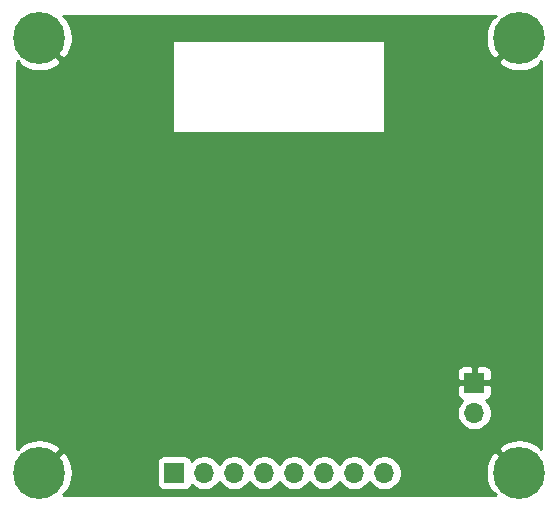
<source format=gbl>
%TF.GenerationSoftware,KiCad,Pcbnew,5.1.10-88a1d61d58~88~ubuntu20.04.1*%
%TF.CreationDate,2021-07-15T18:12:03+08:00*%
%TF.ProjectId,ble_heart,626c655f-6865-4617-9274-2e6b69636164,rev?*%
%TF.SameCoordinates,Original*%
%TF.FileFunction,Copper,L2,Bot*%
%TF.FilePolarity,Positive*%
%FSLAX46Y46*%
G04 Gerber Fmt 4.6, Leading zero omitted, Abs format (unit mm)*
G04 Created by KiCad (PCBNEW 5.1.10-88a1d61d58~88~ubuntu20.04.1) date 2021-07-15 18:12:03*
%MOMM*%
%LPD*%
G01*
G04 APERTURE LIST*
%TA.AperFunction,ComponentPad*%
%ADD10C,0.700000*%
%TD*%
%TA.AperFunction,ComponentPad*%
%ADD11C,4.400000*%
%TD*%
%TA.AperFunction,ComponentPad*%
%ADD12O,1.700000X1.700000*%
%TD*%
%TA.AperFunction,ComponentPad*%
%ADD13R,1.700000X1.700000*%
%TD*%
%TA.AperFunction,ViaPad*%
%ADD14C,0.800000*%
%TD*%
%TA.AperFunction,Conductor*%
%ADD15C,0.254000*%
%TD*%
%TA.AperFunction,Conductor*%
%ADD16C,0.100000*%
%TD*%
G04 APERTURE END LIST*
D10*
%TO.P,H4,1*%
%TO.N,GND*%
X135786726Y-83923274D03*
X134620000Y-83440000D03*
X133453274Y-83923274D03*
X132970000Y-85090000D03*
X133453274Y-86256726D03*
X134620000Y-86740000D03*
X135786726Y-86256726D03*
X136270000Y-85090000D03*
D11*
X134620000Y-85090000D03*
%TD*%
D10*
%TO.P,H3,1*%
%TO.N,GND*%
X176426726Y-83923274D03*
X175260000Y-83440000D03*
X174093274Y-83923274D03*
X173610000Y-85090000D03*
X174093274Y-86256726D03*
X175260000Y-86740000D03*
X176426726Y-86256726D03*
X176910000Y-85090000D03*
D11*
X175260000Y-85090000D03*
%TD*%
D10*
%TO.P,H2,1*%
%TO.N,GND*%
X176426726Y-120753274D03*
X175260000Y-120270000D03*
X174093274Y-120753274D03*
X173610000Y-121920000D03*
X174093274Y-123086726D03*
X175260000Y-123570000D03*
X176426726Y-123086726D03*
X176910000Y-121920000D03*
D11*
X175260000Y-121920000D03*
%TD*%
D10*
%TO.P,H1,1*%
%TO.N,GND*%
X135786726Y-120753274D03*
X134620000Y-120270000D03*
X133453274Y-120753274D03*
X132970000Y-121920000D03*
X133453274Y-123086726D03*
X134620000Y-123570000D03*
X135786726Y-123086726D03*
X136270000Y-121920000D03*
D11*
X134620000Y-121920000D03*
%TD*%
D12*
%TO.P,J3,2*%
%TO.N,+3V3*%
X171450000Y-116840000D03*
D13*
%TO.P,J3,1*%
%TO.N,GND*%
X171450000Y-114300000D03*
%TD*%
%TO.P,J2,1*%
%TO.N,Net-(J2-Pad1)*%
X146050000Y-121920000D03*
D12*
%TO.P,J2,2*%
%TO.N,Net-(J2-Pad2)*%
X148590000Y-121920000D03*
%TO.P,J2,3*%
%TO.N,Net-(J2-Pad3)*%
X151130000Y-121920000D03*
%TO.P,J2,4*%
%TO.N,Net-(J2-Pad4)*%
X153670000Y-121920000D03*
%TO.P,J2,5*%
%TO.N,Net-(J2-Pad5)*%
X156210000Y-121920000D03*
%TO.P,J2,6*%
%TO.N,Net-(J2-Pad6)*%
X158750000Y-121920000D03*
%TO.P,J2,7*%
%TO.N,Net-(J2-Pad7)*%
X161290000Y-121920000D03*
%TO.P,J2,8*%
%TO.N,Net-(J2-Pad8)*%
X163830000Y-121920000D03*
%TD*%
D14*
%TO.N,GND*%
X175200000Y-118800000D03*
X169600000Y-114200000D03*
X175200000Y-108000000D03*
X175200000Y-106600000D03*
X175200000Y-104200000D03*
X171800000Y-99000000D03*
X173000000Y-90400000D03*
X172200000Y-85200000D03*
X165500000Y-94000000D03*
X165500000Y-95250000D03*
X144500000Y-95100000D03*
X144500000Y-93800000D03*
X144600000Y-97700000D03*
X136700000Y-96400000D03*
X136700000Y-89200000D03*
X137500000Y-86300000D03*
X138500000Y-106100000D03*
X138400000Y-114900000D03*
X144500000Y-114200000D03*
X172500000Y-87500000D03*
%TD*%
D15*
%TO.N,GND*%
X173270223Y-83279831D02*
X172882982Y-83519976D01*
X172622359Y-84013877D01*
X172463099Y-84549133D01*
X172411322Y-85105174D01*
X172469019Y-85660632D01*
X172633972Y-86194161D01*
X172882982Y-86660024D01*
X173270225Y-86900170D01*
X175080395Y-85090000D01*
X175066253Y-85075858D01*
X175245858Y-84896253D01*
X175260000Y-84910395D01*
X175274143Y-84896253D01*
X175453748Y-85075858D01*
X175439605Y-85090000D01*
X175453748Y-85104143D01*
X175274143Y-85283748D01*
X175260000Y-85269605D01*
X173449830Y-87079775D01*
X173689976Y-87467018D01*
X174183877Y-87727641D01*
X174719133Y-87886901D01*
X175275174Y-87938678D01*
X175830632Y-87880981D01*
X176364161Y-87716028D01*
X176830024Y-87467018D01*
X177070169Y-87079777D01*
X177140000Y-87149608D01*
X177140001Y-119860391D01*
X177070169Y-119930223D01*
X176830024Y-119542982D01*
X176336123Y-119282359D01*
X175800867Y-119123099D01*
X175244826Y-119071322D01*
X174689368Y-119129019D01*
X174155839Y-119293972D01*
X173689976Y-119542982D01*
X173449830Y-119930225D01*
X175260000Y-121740395D01*
X175274143Y-121726253D01*
X175453748Y-121905858D01*
X175439605Y-121920000D01*
X175453748Y-121934143D01*
X175274143Y-122113748D01*
X175260000Y-122099605D01*
X175245858Y-122113748D01*
X175066253Y-121934143D01*
X175080395Y-121920000D01*
X173270225Y-120109830D01*
X172882982Y-120349976D01*
X172622359Y-120843877D01*
X172463099Y-121379133D01*
X172411322Y-121935174D01*
X172469019Y-122490632D01*
X172633972Y-123024161D01*
X172882982Y-123490024D01*
X173270223Y-123730169D01*
X173200392Y-123800000D01*
X136679608Y-123800000D01*
X136609777Y-123730169D01*
X136997018Y-123490024D01*
X137257641Y-122996123D01*
X137416901Y-122460867D01*
X137468678Y-121904826D01*
X137410981Y-121349368D01*
X137324608Y-121070000D01*
X144561928Y-121070000D01*
X144561928Y-122770000D01*
X144574188Y-122894482D01*
X144610498Y-123014180D01*
X144669463Y-123124494D01*
X144748815Y-123221185D01*
X144845506Y-123300537D01*
X144955820Y-123359502D01*
X145075518Y-123395812D01*
X145200000Y-123408072D01*
X146900000Y-123408072D01*
X147024482Y-123395812D01*
X147144180Y-123359502D01*
X147254494Y-123300537D01*
X147351185Y-123221185D01*
X147430537Y-123124494D01*
X147489502Y-123014180D01*
X147511513Y-122941620D01*
X147643368Y-123073475D01*
X147886589Y-123235990D01*
X148156842Y-123347932D01*
X148443740Y-123405000D01*
X148736260Y-123405000D01*
X149023158Y-123347932D01*
X149293411Y-123235990D01*
X149536632Y-123073475D01*
X149743475Y-122866632D01*
X149860000Y-122692240D01*
X149976525Y-122866632D01*
X150183368Y-123073475D01*
X150426589Y-123235990D01*
X150696842Y-123347932D01*
X150983740Y-123405000D01*
X151276260Y-123405000D01*
X151563158Y-123347932D01*
X151833411Y-123235990D01*
X152076632Y-123073475D01*
X152283475Y-122866632D01*
X152400000Y-122692240D01*
X152516525Y-122866632D01*
X152723368Y-123073475D01*
X152966589Y-123235990D01*
X153236842Y-123347932D01*
X153523740Y-123405000D01*
X153816260Y-123405000D01*
X154103158Y-123347932D01*
X154373411Y-123235990D01*
X154616632Y-123073475D01*
X154823475Y-122866632D01*
X154940000Y-122692240D01*
X155056525Y-122866632D01*
X155263368Y-123073475D01*
X155506589Y-123235990D01*
X155776842Y-123347932D01*
X156063740Y-123405000D01*
X156356260Y-123405000D01*
X156643158Y-123347932D01*
X156913411Y-123235990D01*
X157156632Y-123073475D01*
X157363475Y-122866632D01*
X157480000Y-122692240D01*
X157596525Y-122866632D01*
X157803368Y-123073475D01*
X158046589Y-123235990D01*
X158316842Y-123347932D01*
X158603740Y-123405000D01*
X158896260Y-123405000D01*
X159183158Y-123347932D01*
X159453411Y-123235990D01*
X159696632Y-123073475D01*
X159903475Y-122866632D01*
X160020000Y-122692240D01*
X160136525Y-122866632D01*
X160343368Y-123073475D01*
X160586589Y-123235990D01*
X160856842Y-123347932D01*
X161143740Y-123405000D01*
X161436260Y-123405000D01*
X161723158Y-123347932D01*
X161993411Y-123235990D01*
X162236632Y-123073475D01*
X162443475Y-122866632D01*
X162560000Y-122692240D01*
X162676525Y-122866632D01*
X162883368Y-123073475D01*
X163126589Y-123235990D01*
X163396842Y-123347932D01*
X163683740Y-123405000D01*
X163976260Y-123405000D01*
X164263158Y-123347932D01*
X164533411Y-123235990D01*
X164776632Y-123073475D01*
X164983475Y-122866632D01*
X165145990Y-122623411D01*
X165257932Y-122353158D01*
X165315000Y-122066260D01*
X165315000Y-121773740D01*
X165257932Y-121486842D01*
X165145990Y-121216589D01*
X164983475Y-120973368D01*
X164776632Y-120766525D01*
X164533411Y-120604010D01*
X164263158Y-120492068D01*
X163976260Y-120435000D01*
X163683740Y-120435000D01*
X163396842Y-120492068D01*
X163126589Y-120604010D01*
X162883368Y-120766525D01*
X162676525Y-120973368D01*
X162560000Y-121147760D01*
X162443475Y-120973368D01*
X162236632Y-120766525D01*
X161993411Y-120604010D01*
X161723158Y-120492068D01*
X161436260Y-120435000D01*
X161143740Y-120435000D01*
X160856842Y-120492068D01*
X160586589Y-120604010D01*
X160343368Y-120766525D01*
X160136525Y-120973368D01*
X160020000Y-121147760D01*
X159903475Y-120973368D01*
X159696632Y-120766525D01*
X159453411Y-120604010D01*
X159183158Y-120492068D01*
X158896260Y-120435000D01*
X158603740Y-120435000D01*
X158316842Y-120492068D01*
X158046589Y-120604010D01*
X157803368Y-120766525D01*
X157596525Y-120973368D01*
X157480000Y-121147760D01*
X157363475Y-120973368D01*
X157156632Y-120766525D01*
X156913411Y-120604010D01*
X156643158Y-120492068D01*
X156356260Y-120435000D01*
X156063740Y-120435000D01*
X155776842Y-120492068D01*
X155506589Y-120604010D01*
X155263368Y-120766525D01*
X155056525Y-120973368D01*
X154940000Y-121147760D01*
X154823475Y-120973368D01*
X154616632Y-120766525D01*
X154373411Y-120604010D01*
X154103158Y-120492068D01*
X153816260Y-120435000D01*
X153523740Y-120435000D01*
X153236842Y-120492068D01*
X152966589Y-120604010D01*
X152723368Y-120766525D01*
X152516525Y-120973368D01*
X152400000Y-121147760D01*
X152283475Y-120973368D01*
X152076632Y-120766525D01*
X151833411Y-120604010D01*
X151563158Y-120492068D01*
X151276260Y-120435000D01*
X150983740Y-120435000D01*
X150696842Y-120492068D01*
X150426589Y-120604010D01*
X150183368Y-120766525D01*
X149976525Y-120973368D01*
X149860000Y-121147760D01*
X149743475Y-120973368D01*
X149536632Y-120766525D01*
X149293411Y-120604010D01*
X149023158Y-120492068D01*
X148736260Y-120435000D01*
X148443740Y-120435000D01*
X148156842Y-120492068D01*
X147886589Y-120604010D01*
X147643368Y-120766525D01*
X147511513Y-120898380D01*
X147489502Y-120825820D01*
X147430537Y-120715506D01*
X147351185Y-120618815D01*
X147254494Y-120539463D01*
X147144180Y-120480498D01*
X147024482Y-120444188D01*
X146900000Y-120431928D01*
X145200000Y-120431928D01*
X145075518Y-120444188D01*
X144955820Y-120480498D01*
X144845506Y-120539463D01*
X144748815Y-120618815D01*
X144669463Y-120715506D01*
X144610498Y-120825820D01*
X144574188Y-120945518D01*
X144561928Y-121070000D01*
X137324608Y-121070000D01*
X137246028Y-120815839D01*
X136997018Y-120349976D01*
X136609775Y-120109830D01*
X134799605Y-121920000D01*
X134813748Y-121934143D01*
X134634143Y-122113748D01*
X134620000Y-122099605D01*
X134605858Y-122113748D01*
X134426253Y-121934143D01*
X134440395Y-121920000D01*
X134426253Y-121905858D01*
X134605858Y-121726253D01*
X134620000Y-121740395D01*
X136430170Y-119930225D01*
X136190024Y-119542982D01*
X135696123Y-119282359D01*
X135160867Y-119123099D01*
X134604826Y-119071322D01*
X134049368Y-119129019D01*
X133515839Y-119293972D01*
X133049976Y-119542982D01*
X132809831Y-119930223D01*
X132740000Y-119860392D01*
X132740000Y-115150000D01*
X169961928Y-115150000D01*
X169974188Y-115274482D01*
X170010498Y-115394180D01*
X170069463Y-115504494D01*
X170148815Y-115601185D01*
X170245506Y-115680537D01*
X170355820Y-115739502D01*
X170428380Y-115761513D01*
X170296525Y-115893368D01*
X170134010Y-116136589D01*
X170022068Y-116406842D01*
X169965000Y-116693740D01*
X169965000Y-116986260D01*
X170022068Y-117273158D01*
X170134010Y-117543411D01*
X170296525Y-117786632D01*
X170503368Y-117993475D01*
X170746589Y-118155990D01*
X171016842Y-118267932D01*
X171303740Y-118325000D01*
X171596260Y-118325000D01*
X171883158Y-118267932D01*
X172153411Y-118155990D01*
X172396632Y-117993475D01*
X172603475Y-117786632D01*
X172765990Y-117543411D01*
X172877932Y-117273158D01*
X172935000Y-116986260D01*
X172935000Y-116693740D01*
X172877932Y-116406842D01*
X172765990Y-116136589D01*
X172603475Y-115893368D01*
X172471620Y-115761513D01*
X172544180Y-115739502D01*
X172654494Y-115680537D01*
X172751185Y-115601185D01*
X172830537Y-115504494D01*
X172889502Y-115394180D01*
X172925812Y-115274482D01*
X172938072Y-115150000D01*
X172935000Y-114585750D01*
X172776250Y-114427000D01*
X171577000Y-114427000D01*
X171577000Y-114447000D01*
X171323000Y-114447000D01*
X171323000Y-114427000D01*
X170123750Y-114427000D01*
X169965000Y-114585750D01*
X169961928Y-115150000D01*
X132740000Y-115150000D01*
X132740000Y-113450000D01*
X169961928Y-113450000D01*
X169965000Y-114014250D01*
X170123750Y-114173000D01*
X171323000Y-114173000D01*
X171323000Y-112973750D01*
X171577000Y-112973750D01*
X171577000Y-114173000D01*
X172776250Y-114173000D01*
X172935000Y-114014250D01*
X172938072Y-113450000D01*
X172925812Y-113325518D01*
X172889502Y-113205820D01*
X172830537Y-113095506D01*
X172751185Y-112998815D01*
X172654494Y-112919463D01*
X172544180Y-112860498D01*
X172424482Y-112824188D01*
X172300000Y-112811928D01*
X171735750Y-112815000D01*
X171577000Y-112973750D01*
X171323000Y-112973750D01*
X171164250Y-112815000D01*
X170600000Y-112811928D01*
X170475518Y-112824188D01*
X170355820Y-112860498D01*
X170245506Y-112919463D01*
X170148815Y-112998815D01*
X170069463Y-113095506D01*
X170010498Y-113205820D01*
X169974188Y-113325518D01*
X169961928Y-113450000D01*
X132740000Y-113450000D01*
X132740000Y-87149608D01*
X132809831Y-87079777D01*
X133049976Y-87467018D01*
X133543877Y-87727641D01*
X134079133Y-87886901D01*
X134635174Y-87938678D01*
X135190632Y-87880981D01*
X135724161Y-87716028D01*
X136190024Y-87467018D01*
X136430170Y-87079775D01*
X134620000Y-85269605D01*
X134605858Y-85283748D01*
X134426253Y-85104143D01*
X134440395Y-85090000D01*
X134426253Y-85075858D01*
X134605858Y-84896253D01*
X134620000Y-84910395D01*
X134634143Y-84896253D01*
X134813748Y-85075858D01*
X134799605Y-85090000D01*
X136609775Y-86900170D01*
X136997018Y-86660024D01*
X137257641Y-86166123D01*
X137416901Y-85630867D01*
X137438398Y-85400000D01*
X145873000Y-85400000D01*
X145873000Y-93000000D01*
X145875440Y-93024776D01*
X145882667Y-93048601D01*
X145894403Y-93070557D01*
X145910197Y-93089803D01*
X145929443Y-93105597D01*
X145951399Y-93117333D01*
X145975224Y-93124560D01*
X146000000Y-93127000D01*
X163800000Y-93127000D01*
X163824776Y-93124560D01*
X163848601Y-93117333D01*
X163870557Y-93105597D01*
X163889803Y-93089803D01*
X163905597Y-93070557D01*
X163917333Y-93048601D01*
X163924560Y-93024776D01*
X163927000Y-93000000D01*
X163927000Y-85400000D01*
X163924560Y-85375224D01*
X163917333Y-85351399D01*
X163905597Y-85329443D01*
X163889803Y-85310197D01*
X163870557Y-85294403D01*
X163848601Y-85282667D01*
X163824776Y-85275440D01*
X163800000Y-85273000D01*
X146000000Y-85273000D01*
X145975224Y-85275440D01*
X145951399Y-85282667D01*
X145929443Y-85294403D01*
X145910197Y-85310197D01*
X145894403Y-85329443D01*
X145882667Y-85351399D01*
X145875440Y-85375224D01*
X145873000Y-85400000D01*
X137438398Y-85400000D01*
X137468678Y-85074826D01*
X137410981Y-84519368D01*
X137246028Y-83985839D01*
X136997018Y-83519976D01*
X136609777Y-83279831D01*
X136679608Y-83210000D01*
X173200392Y-83210000D01*
X173270223Y-83279831D01*
%TA.AperFunction,Conductor*%
D16*
G36*
X173270223Y-83279831D02*
G01*
X172882982Y-83519976D01*
X172622359Y-84013877D01*
X172463099Y-84549133D01*
X172411322Y-85105174D01*
X172469019Y-85660632D01*
X172633972Y-86194161D01*
X172882982Y-86660024D01*
X173270225Y-86900170D01*
X175080395Y-85090000D01*
X175066253Y-85075858D01*
X175245858Y-84896253D01*
X175260000Y-84910395D01*
X175274143Y-84896253D01*
X175453748Y-85075858D01*
X175439605Y-85090000D01*
X175453748Y-85104143D01*
X175274143Y-85283748D01*
X175260000Y-85269605D01*
X173449830Y-87079775D01*
X173689976Y-87467018D01*
X174183877Y-87727641D01*
X174719133Y-87886901D01*
X175275174Y-87938678D01*
X175830632Y-87880981D01*
X176364161Y-87716028D01*
X176830024Y-87467018D01*
X177070169Y-87079777D01*
X177140000Y-87149608D01*
X177140001Y-119860391D01*
X177070169Y-119930223D01*
X176830024Y-119542982D01*
X176336123Y-119282359D01*
X175800867Y-119123099D01*
X175244826Y-119071322D01*
X174689368Y-119129019D01*
X174155839Y-119293972D01*
X173689976Y-119542982D01*
X173449830Y-119930225D01*
X175260000Y-121740395D01*
X175274143Y-121726253D01*
X175453748Y-121905858D01*
X175439605Y-121920000D01*
X175453748Y-121934143D01*
X175274143Y-122113748D01*
X175260000Y-122099605D01*
X175245858Y-122113748D01*
X175066253Y-121934143D01*
X175080395Y-121920000D01*
X173270225Y-120109830D01*
X172882982Y-120349976D01*
X172622359Y-120843877D01*
X172463099Y-121379133D01*
X172411322Y-121935174D01*
X172469019Y-122490632D01*
X172633972Y-123024161D01*
X172882982Y-123490024D01*
X173270223Y-123730169D01*
X173200392Y-123800000D01*
X136679608Y-123800000D01*
X136609777Y-123730169D01*
X136997018Y-123490024D01*
X137257641Y-122996123D01*
X137416901Y-122460867D01*
X137468678Y-121904826D01*
X137410981Y-121349368D01*
X137324608Y-121070000D01*
X144561928Y-121070000D01*
X144561928Y-122770000D01*
X144574188Y-122894482D01*
X144610498Y-123014180D01*
X144669463Y-123124494D01*
X144748815Y-123221185D01*
X144845506Y-123300537D01*
X144955820Y-123359502D01*
X145075518Y-123395812D01*
X145200000Y-123408072D01*
X146900000Y-123408072D01*
X147024482Y-123395812D01*
X147144180Y-123359502D01*
X147254494Y-123300537D01*
X147351185Y-123221185D01*
X147430537Y-123124494D01*
X147489502Y-123014180D01*
X147511513Y-122941620D01*
X147643368Y-123073475D01*
X147886589Y-123235990D01*
X148156842Y-123347932D01*
X148443740Y-123405000D01*
X148736260Y-123405000D01*
X149023158Y-123347932D01*
X149293411Y-123235990D01*
X149536632Y-123073475D01*
X149743475Y-122866632D01*
X149860000Y-122692240D01*
X149976525Y-122866632D01*
X150183368Y-123073475D01*
X150426589Y-123235990D01*
X150696842Y-123347932D01*
X150983740Y-123405000D01*
X151276260Y-123405000D01*
X151563158Y-123347932D01*
X151833411Y-123235990D01*
X152076632Y-123073475D01*
X152283475Y-122866632D01*
X152400000Y-122692240D01*
X152516525Y-122866632D01*
X152723368Y-123073475D01*
X152966589Y-123235990D01*
X153236842Y-123347932D01*
X153523740Y-123405000D01*
X153816260Y-123405000D01*
X154103158Y-123347932D01*
X154373411Y-123235990D01*
X154616632Y-123073475D01*
X154823475Y-122866632D01*
X154940000Y-122692240D01*
X155056525Y-122866632D01*
X155263368Y-123073475D01*
X155506589Y-123235990D01*
X155776842Y-123347932D01*
X156063740Y-123405000D01*
X156356260Y-123405000D01*
X156643158Y-123347932D01*
X156913411Y-123235990D01*
X157156632Y-123073475D01*
X157363475Y-122866632D01*
X157480000Y-122692240D01*
X157596525Y-122866632D01*
X157803368Y-123073475D01*
X158046589Y-123235990D01*
X158316842Y-123347932D01*
X158603740Y-123405000D01*
X158896260Y-123405000D01*
X159183158Y-123347932D01*
X159453411Y-123235990D01*
X159696632Y-123073475D01*
X159903475Y-122866632D01*
X160020000Y-122692240D01*
X160136525Y-122866632D01*
X160343368Y-123073475D01*
X160586589Y-123235990D01*
X160856842Y-123347932D01*
X161143740Y-123405000D01*
X161436260Y-123405000D01*
X161723158Y-123347932D01*
X161993411Y-123235990D01*
X162236632Y-123073475D01*
X162443475Y-122866632D01*
X162560000Y-122692240D01*
X162676525Y-122866632D01*
X162883368Y-123073475D01*
X163126589Y-123235990D01*
X163396842Y-123347932D01*
X163683740Y-123405000D01*
X163976260Y-123405000D01*
X164263158Y-123347932D01*
X164533411Y-123235990D01*
X164776632Y-123073475D01*
X164983475Y-122866632D01*
X165145990Y-122623411D01*
X165257932Y-122353158D01*
X165315000Y-122066260D01*
X165315000Y-121773740D01*
X165257932Y-121486842D01*
X165145990Y-121216589D01*
X164983475Y-120973368D01*
X164776632Y-120766525D01*
X164533411Y-120604010D01*
X164263158Y-120492068D01*
X163976260Y-120435000D01*
X163683740Y-120435000D01*
X163396842Y-120492068D01*
X163126589Y-120604010D01*
X162883368Y-120766525D01*
X162676525Y-120973368D01*
X162560000Y-121147760D01*
X162443475Y-120973368D01*
X162236632Y-120766525D01*
X161993411Y-120604010D01*
X161723158Y-120492068D01*
X161436260Y-120435000D01*
X161143740Y-120435000D01*
X160856842Y-120492068D01*
X160586589Y-120604010D01*
X160343368Y-120766525D01*
X160136525Y-120973368D01*
X160020000Y-121147760D01*
X159903475Y-120973368D01*
X159696632Y-120766525D01*
X159453411Y-120604010D01*
X159183158Y-120492068D01*
X158896260Y-120435000D01*
X158603740Y-120435000D01*
X158316842Y-120492068D01*
X158046589Y-120604010D01*
X157803368Y-120766525D01*
X157596525Y-120973368D01*
X157480000Y-121147760D01*
X157363475Y-120973368D01*
X157156632Y-120766525D01*
X156913411Y-120604010D01*
X156643158Y-120492068D01*
X156356260Y-120435000D01*
X156063740Y-120435000D01*
X155776842Y-120492068D01*
X155506589Y-120604010D01*
X155263368Y-120766525D01*
X155056525Y-120973368D01*
X154940000Y-121147760D01*
X154823475Y-120973368D01*
X154616632Y-120766525D01*
X154373411Y-120604010D01*
X154103158Y-120492068D01*
X153816260Y-120435000D01*
X153523740Y-120435000D01*
X153236842Y-120492068D01*
X152966589Y-120604010D01*
X152723368Y-120766525D01*
X152516525Y-120973368D01*
X152400000Y-121147760D01*
X152283475Y-120973368D01*
X152076632Y-120766525D01*
X151833411Y-120604010D01*
X151563158Y-120492068D01*
X151276260Y-120435000D01*
X150983740Y-120435000D01*
X150696842Y-120492068D01*
X150426589Y-120604010D01*
X150183368Y-120766525D01*
X149976525Y-120973368D01*
X149860000Y-121147760D01*
X149743475Y-120973368D01*
X149536632Y-120766525D01*
X149293411Y-120604010D01*
X149023158Y-120492068D01*
X148736260Y-120435000D01*
X148443740Y-120435000D01*
X148156842Y-120492068D01*
X147886589Y-120604010D01*
X147643368Y-120766525D01*
X147511513Y-120898380D01*
X147489502Y-120825820D01*
X147430537Y-120715506D01*
X147351185Y-120618815D01*
X147254494Y-120539463D01*
X147144180Y-120480498D01*
X147024482Y-120444188D01*
X146900000Y-120431928D01*
X145200000Y-120431928D01*
X145075518Y-120444188D01*
X144955820Y-120480498D01*
X144845506Y-120539463D01*
X144748815Y-120618815D01*
X144669463Y-120715506D01*
X144610498Y-120825820D01*
X144574188Y-120945518D01*
X144561928Y-121070000D01*
X137324608Y-121070000D01*
X137246028Y-120815839D01*
X136997018Y-120349976D01*
X136609775Y-120109830D01*
X134799605Y-121920000D01*
X134813748Y-121934143D01*
X134634143Y-122113748D01*
X134620000Y-122099605D01*
X134605858Y-122113748D01*
X134426253Y-121934143D01*
X134440395Y-121920000D01*
X134426253Y-121905858D01*
X134605858Y-121726253D01*
X134620000Y-121740395D01*
X136430170Y-119930225D01*
X136190024Y-119542982D01*
X135696123Y-119282359D01*
X135160867Y-119123099D01*
X134604826Y-119071322D01*
X134049368Y-119129019D01*
X133515839Y-119293972D01*
X133049976Y-119542982D01*
X132809831Y-119930223D01*
X132740000Y-119860392D01*
X132740000Y-115150000D01*
X169961928Y-115150000D01*
X169974188Y-115274482D01*
X170010498Y-115394180D01*
X170069463Y-115504494D01*
X170148815Y-115601185D01*
X170245506Y-115680537D01*
X170355820Y-115739502D01*
X170428380Y-115761513D01*
X170296525Y-115893368D01*
X170134010Y-116136589D01*
X170022068Y-116406842D01*
X169965000Y-116693740D01*
X169965000Y-116986260D01*
X170022068Y-117273158D01*
X170134010Y-117543411D01*
X170296525Y-117786632D01*
X170503368Y-117993475D01*
X170746589Y-118155990D01*
X171016842Y-118267932D01*
X171303740Y-118325000D01*
X171596260Y-118325000D01*
X171883158Y-118267932D01*
X172153411Y-118155990D01*
X172396632Y-117993475D01*
X172603475Y-117786632D01*
X172765990Y-117543411D01*
X172877932Y-117273158D01*
X172935000Y-116986260D01*
X172935000Y-116693740D01*
X172877932Y-116406842D01*
X172765990Y-116136589D01*
X172603475Y-115893368D01*
X172471620Y-115761513D01*
X172544180Y-115739502D01*
X172654494Y-115680537D01*
X172751185Y-115601185D01*
X172830537Y-115504494D01*
X172889502Y-115394180D01*
X172925812Y-115274482D01*
X172938072Y-115150000D01*
X172935000Y-114585750D01*
X172776250Y-114427000D01*
X171577000Y-114427000D01*
X171577000Y-114447000D01*
X171323000Y-114447000D01*
X171323000Y-114427000D01*
X170123750Y-114427000D01*
X169965000Y-114585750D01*
X169961928Y-115150000D01*
X132740000Y-115150000D01*
X132740000Y-113450000D01*
X169961928Y-113450000D01*
X169965000Y-114014250D01*
X170123750Y-114173000D01*
X171323000Y-114173000D01*
X171323000Y-112973750D01*
X171577000Y-112973750D01*
X171577000Y-114173000D01*
X172776250Y-114173000D01*
X172935000Y-114014250D01*
X172938072Y-113450000D01*
X172925812Y-113325518D01*
X172889502Y-113205820D01*
X172830537Y-113095506D01*
X172751185Y-112998815D01*
X172654494Y-112919463D01*
X172544180Y-112860498D01*
X172424482Y-112824188D01*
X172300000Y-112811928D01*
X171735750Y-112815000D01*
X171577000Y-112973750D01*
X171323000Y-112973750D01*
X171164250Y-112815000D01*
X170600000Y-112811928D01*
X170475518Y-112824188D01*
X170355820Y-112860498D01*
X170245506Y-112919463D01*
X170148815Y-112998815D01*
X170069463Y-113095506D01*
X170010498Y-113205820D01*
X169974188Y-113325518D01*
X169961928Y-113450000D01*
X132740000Y-113450000D01*
X132740000Y-87149608D01*
X132809831Y-87079777D01*
X133049976Y-87467018D01*
X133543877Y-87727641D01*
X134079133Y-87886901D01*
X134635174Y-87938678D01*
X135190632Y-87880981D01*
X135724161Y-87716028D01*
X136190024Y-87467018D01*
X136430170Y-87079775D01*
X134620000Y-85269605D01*
X134605858Y-85283748D01*
X134426253Y-85104143D01*
X134440395Y-85090000D01*
X134426253Y-85075858D01*
X134605858Y-84896253D01*
X134620000Y-84910395D01*
X134634143Y-84896253D01*
X134813748Y-85075858D01*
X134799605Y-85090000D01*
X136609775Y-86900170D01*
X136997018Y-86660024D01*
X137257641Y-86166123D01*
X137416901Y-85630867D01*
X137438398Y-85400000D01*
X145873000Y-85400000D01*
X145873000Y-93000000D01*
X145875440Y-93024776D01*
X145882667Y-93048601D01*
X145894403Y-93070557D01*
X145910197Y-93089803D01*
X145929443Y-93105597D01*
X145951399Y-93117333D01*
X145975224Y-93124560D01*
X146000000Y-93127000D01*
X163800000Y-93127000D01*
X163824776Y-93124560D01*
X163848601Y-93117333D01*
X163870557Y-93105597D01*
X163889803Y-93089803D01*
X163905597Y-93070557D01*
X163917333Y-93048601D01*
X163924560Y-93024776D01*
X163927000Y-93000000D01*
X163927000Y-85400000D01*
X163924560Y-85375224D01*
X163917333Y-85351399D01*
X163905597Y-85329443D01*
X163889803Y-85310197D01*
X163870557Y-85294403D01*
X163848601Y-85282667D01*
X163824776Y-85275440D01*
X163800000Y-85273000D01*
X146000000Y-85273000D01*
X145975224Y-85275440D01*
X145951399Y-85282667D01*
X145929443Y-85294403D01*
X145910197Y-85310197D01*
X145894403Y-85329443D01*
X145882667Y-85351399D01*
X145875440Y-85375224D01*
X145873000Y-85400000D01*
X137438398Y-85400000D01*
X137468678Y-85074826D01*
X137410981Y-84519368D01*
X137246028Y-83985839D01*
X136997018Y-83519976D01*
X136609777Y-83279831D01*
X136679608Y-83210000D01*
X173200392Y-83210000D01*
X173270223Y-83279831D01*
G37*
%TD.AperFunction*%
%TD*%
M02*

</source>
